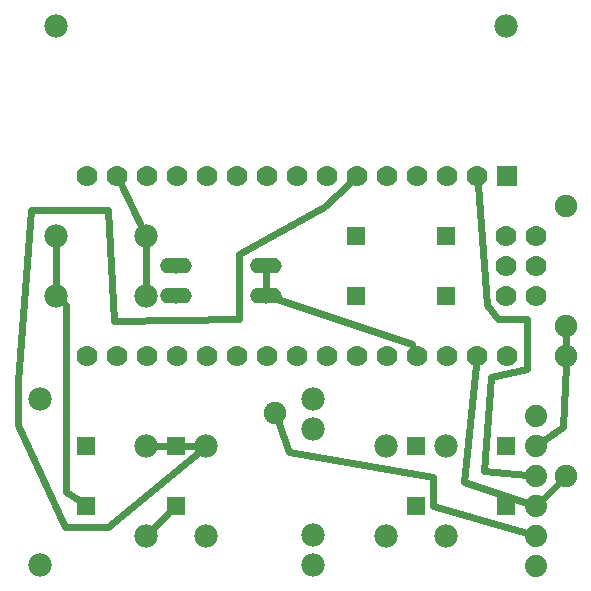
<source format=gbl>
G04 MADE WITH FRITZING*
G04 WWW.FRITZING.ORG*
G04 DOUBLE SIDED*
G04 HOLES PLATED*
G04 CONTOUR ON CENTER OF CONTOUR VECTOR*
%ASAXBY*%
%FSLAX23Y23*%
%MOIN*%
%OFA0B0*%
%SFA1.0B1.0*%
%ADD10C,0.078000*%
%ADD11C,0.075000*%
%ADD12C,0.052000*%
%ADD13C,0.074000*%
%ADD14C,0.070000*%
%ADD15C,0.059370*%
%ADD16C,0.075433*%
%ADD17R,0.070000X0.069958*%
%ADD18C,0.024000*%
%ADD19R,0.001000X0.001000*%
%LNCOPPER0*%
G90*
G70*
G54D10*
X1671Y1910D03*
G54D11*
X1871Y410D03*
X1871Y810D03*
X1871Y1310D03*
X1871Y910D03*
G54D12*
X871Y1010D03*
X871Y1110D03*
X571Y1110D03*
X571Y1010D03*
G54D10*
X118Y666D03*
X118Y114D03*
X1027Y666D03*
X1027Y566D03*
X1027Y214D03*
X1027Y114D03*
G54D13*
X1771Y110D03*
X1771Y210D03*
X1771Y310D03*
X1771Y410D03*
X1771Y510D03*
X1771Y610D03*
G54D14*
X1675Y1410D03*
X1575Y1410D03*
X1475Y1410D03*
X1375Y1410D03*
X1275Y1410D03*
X1175Y1410D03*
X1075Y1410D03*
X975Y1410D03*
X875Y1410D03*
X775Y1410D03*
X675Y1410D03*
X575Y1410D03*
X475Y1410D03*
X375Y1410D03*
X275Y1410D03*
X1675Y810D03*
X1575Y810D03*
X1475Y810D03*
X1375Y810D03*
X1275Y810D03*
X1175Y810D03*
X1075Y810D03*
X975Y810D03*
X875Y810D03*
X775Y810D03*
X675Y810D03*
X575Y810D03*
X475Y810D03*
X375Y810D03*
X275Y810D03*
X1771Y1210D03*
X1671Y1210D03*
X1771Y1110D03*
X1671Y1110D03*
X1771Y1010D03*
X1671Y1010D03*
G54D10*
X671Y210D03*
X671Y510D03*
X1271Y210D03*
X1271Y510D03*
X1471Y210D03*
X1471Y510D03*
X471Y210D03*
X471Y510D03*
X171Y1210D03*
X471Y1210D03*
X471Y1010D03*
X171Y1010D03*
X171Y1910D03*
G54D15*
X271Y510D03*
X571Y510D03*
X271Y310D03*
X571Y310D03*
X1471Y1010D03*
X1171Y1010D03*
X1471Y1210D03*
X1171Y1210D03*
X1371Y510D03*
X1671Y510D03*
X1371Y310D03*
X1671Y310D03*
G54D16*
X900Y621D03*
G54D17*
X1675Y1410D03*
G54D18*
X1871Y881D02*
X1871Y839D01*
D02*
X1796Y528D02*
X1860Y573D01*
X1860Y573D02*
X1870Y781D01*
D02*
X171Y1180D02*
X171Y1040D01*
D02*
X246Y328D02*
X204Y357D01*
X204Y357D02*
X204Y981D01*
X204Y981D02*
X194Y990D01*
D02*
X492Y231D02*
X549Y288D01*
D02*
X871Y1037D02*
X871Y1083D01*
D02*
X1362Y836D02*
X1356Y849D01*
X1356Y849D02*
X897Y1002D01*
D02*
X1578Y1381D02*
X1608Y981D01*
X1608Y981D02*
X1644Y933D01*
X1644Y933D02*
X1740Y933D01*
X1740Y933D02*
X1740Y765D01*
X1740Y765D02*
X1620Y741D01*
X1620Y741D02*
X1596Y427D01*
D02*
X1596Y427D02*
X1740Y413D01*
D02*
X471Y1040D02*
X471Y1180D01*
D02*
X388Y1384D02*
X458Y1237D01*
D02*
X602Y510D02*
X641Y510D01*
D02*
X501Y510D02*
X540Y510D01*
D02*
X1154Y1390D02*
X1063Y1305D01*
D02*
X1063Y1305D02*
X780Y1149D01*
X780Y1149D02*
X780Y933D01*
X780Y933D02*
X365Y927D01*
D02*
X365Y927D02*
X343Y1296D01*
D02*
X343Y1296D02*
X88Y1296D01*
D02*
X88Y1296D02*
X43Y727D01*
D02*
X43Y727D02*
X43Y580D01*
D02*
X43Y580D02*
X201Y241D01*
D02*
X201Y241D02*
X343Y238D01*
D02*
X343Y238D02*
X648Y491D01*
D02*
X910Y594D02*
X949Y488D01*
D02*
X949Y488D02*
X1428Y405D01*
X1428Y405D02*
X1428Y309D01*
X1428Y309D02*
X1741Y219D01*
D02*
X1851Y390D02*
X1793Y332D01*
D02*
X1572Y781D02*
X1532Y391D01*
D02*
X1532Y391D02*
X1741Y320D01*
G54D19*
X1141Y1240D02*
X1199Y1240D01*
X1441Y1240D02*
X1499Y1240D01*
X1141Y1239D02*
X1199Y1239D01*
X1441Y1239D02*
X1499Y1239D01*
X1141Y1238D02*
X1199Y1238D01*
X1441Y1238D02*
X1499Y1238D01*
X1141Y1237D02*
X1199Y1237D01*
X1441Y1237D02*
X1499Y1237D01*
X1141Y1236D02*
X1199Y1236D01*
X1441Y1236D02*
X1499Y1236D01*
X1141Y1235D02*
X1199Y1235D01*
X1441Y1235D02*
X1499Y1235D01*
X1141Y1234D02*
X1199Y1234D01*
X1441Y1234D02*
X1499Y1234D01*
X1141Y1233D02*
X1199Y1233D01*
X1441Y1233D02*
X1499Y1233D01*
X1141Y1232D02*
X1199Y1232D01*
X1441Y1232D02*
X1499Y1232D01*
X1141Y1231D02*
X1199Y1231D01*
X1441Y1231D02*
X1499Y1231D01*
X1141Y1230D02*
X1168Y1230D01*
X1172Y1230D02*
X1199Y1230D01*
X1441Y1230D02*
X1468Y1230D01*
X1472Y1230D02*
X1499Y1230D01*
X1141Y1229D02*
X1163Y1229D01*
X1177Y1229D02*
X1199Y1229D01*
X1441Y1229D02*
X1463Y1229D01*
X1477Y1229D02*
X1499Y1229D01*
X1141Y1228D02*
X1161Y1228D01*
X1179Y1228D02*
X1199Y1228D01*
X1441Y1228D02*
X1461Y1228D01*
X1479Y1228D02*
X1499Y1228D01*
X1141Y1227D02*
X1159Y1227D01*
X1181Y1227D02*
X1199Y1227D01*
X1441Y1227D02*
X1459Y1227D01*
X1481Y1227D02*
X1499Y1227D01*
X1141Y1226D02*
X1158Y1226D01*
X1183Y1226D02*
X1199Y1226D01*
X1441Y1226D02*
X1458Y1226D01*
X1482Y1226D02*
X1499Y1226D01*
X1141Y1225D02*
X1156Y1225D01*
X1184Y1225D02*
X1199Y1225D01*
X1441Y1225D02*
X1456Y1225D01*
X1484Y1225D02*
X1499Y1225D01*
X1141Y1224D02*
X1155Y1224D01*
X1185Y1224D02*
X1199Y1224D01*
X1441Y1224D02*
X1455Y1224D01*
X1485Y1224D02*
X1499Y1224D01*
X1141Y1223D02*
X1155Y1223D01*
X1186Y1223D02*
X1199Y1223D01*
X1441Y1223D02*
X1454Y1223D01*
X1486Y1223D02*
X1499Y1223D01*
X1141Y1222D02*
X1154Y1222D01*
X1186Y1222D02*
X1199Y1222D01*
X1441Y1222D02*
X1454Y1222D01*
X1486Y1222D02*
X1499Y1222D01*
X1141Y1221D02*
X1153Y1221D01*
X1187Y1221D02*
X1199Y1221D01*
X1441Y1221D02*
X1453Y1221D01*
X1487Y1221D02*
X1499Y1221D01*
X1141Y1220D02*
X1153Y1220D01*
X1188Y1220D02*
X1199Y1220D01*
X1441Y1220D02*
X1452Y1220D01*
X1488Y1220D02*
X1499Y1220D01*
X1141Y1219D02*
X1152Y1219D01*
X1188Y1219D02*
X1199Y1219D01*
X1441Y1219D02*
X1452Y1219D01*
X1488Y1219D02*
X1499Y1219D01*
X1141Y1218D02*
X1151Y1218D01*
X1189Y1218D02*
X1199Y1218D01*
X1441Y1218D02*
X1451Y1218D01*
X1489Y1218D02*
X1499Y1218D01*
X1141Y1217D02*
X1151Y1217D01*
X1189Y1217D02*
X1199Y1217D01*
X1441Y1217D02*
X1451Y1217D01*
X1489Y1217D02*
X1499Y1217D01*
X1141Y1216D02*
X1151Y1216D01*
X1189Y1216D02*
X1199Y1216D01*
X1441Y1216D02*
X1451Y1216D01*
X1489Y1216D02*
X1499Y1216D01*
X1141Y1215D02*
X1151Y1215D01*
X1190Y1215D02*
X1199Y1215D01*
X1441Y1215D02*
X1450Y1215D01*
X1490Y1215D02*
X1499Y1215D01*
X1141Y1214D02*
X1150Y1214D01*
X1190Y1214D02*
X1199Y1214D01*
X1441Y1214D02*
X1450Y1214D01*
X1490Y1214D02*
X1499Y1214D01*
X1141Y1213D02*
X1150Y1213D01*
X1190Y1213D02*
X1199Y1213D01*
X1441Y1213D02*
X1450Y1213D01*
X1490Y1213D02*
X1499Y1213D01*
X1141Y1212D02*
X1150Y1212D01*
X1190Y1212D02*
X1199Y1212D01*
X1441Y1212D02*
X1450Y1212D01*
X1490Y1212D02*
X1499Y1212D01*
X1141Y1211D02*
X1150Y1211D01*
X1190Y1211D02*
X1199Y1211D01*
X1441Y1211D02*
X1450Y1211D01*
X1490Y1211D02*
X1499Y1211D01*
X1141Y1210D02*
X1150Y1210D01*
X1190Y1210D02*
X1199Y1210D01*
X1441Y1210D02*
X1450Y1210D01*
X1490Y1210D02*
X1499Y1210D01*
X1141Y1209D02*
X1150Y1209D01*
X1190Y1209D02*
X1199Y1209D01*
X1441Y1209D02*
X1450Y1209D01*
X1490Y1209D02*
X1499Y1209D01*
X1141Y1208D02*
X1150Y1208D01*
X1190Y1208D02*
X1199Y1208D01*
X1441Y1208D02*
X1450Y1208D01*
X1490Y1208D02*
X1499Y1208D01*
X1141Y1207D02*
X1150Y1207D01*
X1190Y1207D02*
X1199Y1207D01*
X1441Y1207D02*
X1450Y1207D01*
X1490Y1207D02*
X1499Y1207D01*
X1141Y1206D02*
X1150Y1206D01*
X1190Y1206D02*
X1199Y1206D01*
X1441Y1206D02*
X1450Y1206D01*
X1490Y1206D02*
X1499Y1206D01*
X1141Y1205D02*
X1151Y1205D01*
X1189Y1205D02*
X1199Y1205D01*
X1441Y1205D02*
X1451Y1205D01*
X1489Y1205D02*
X1499Y1205D01*
X1141Y1204D02*
X1151Y1204D01*
X1189Y1204D02*
X1199Y1204D01*
X1441Y1204D02*
X1451Y1204D01*
X1489Y1204D02*
X1499Y1204D01*
X1141Y1203D02*
X1151Y1203D01*
X1189Y1203D02*
X1199Y1203D01*
X1441Y1203D02*
X1451Y1203D01*
X1489Y1203D02*
X1499Y1203D01*
X1141Y1202D02*
X1152Y1202D01*
X1188Y1202D02*
X1199Y1202D01*
X1441Y1202D02*
X1452Y1202D01*
X1488Y1202D02*
X1499Y1202D01*
X1141Y1201D02*
X1152Y1201D01*
X1188Y1201D02*
X1199Y1201D01*
X1441Y1201D02*
X1452Y1201D01*
X1488Y1201D02*
X1499Y1201D01*
X1141Y1200D02*
X1153Y1200D01*
X1187Y1200D02*
X1199Y1200D01*
X1441Y1200D02*
X1453Y1200D01*
X1487Y1200D02*
X1499Y1200D01*
X1141Y1199D02*
X1154Y1199D01*
X1187Y1199D02*
X1199Y1199D01*
X1441Y1199D02*
X1454Y1199D01*
X1486Y1199D02*
X1499Y1199D01*
X1141Y1198D02*
X1154Y1198D01*
X1186Y1198D02*
X1199Y1198D01*
X1441Y1198D02*
X1454Y1198D01*
X1486Y1198D02*
X1499Y1198D01*
X1141Y1197D02*
X1155Y1197D01*
X1185Y1197D02*
X1199Y1197D01*
X1441Y1197D02*
X1455Y1197D01*
X1485Y1197D02*
X1499Y1197D01*
X1141Y1196D02*
X1156Y1196D01*
X1184Y1196D02*
X1199Y1196D01*
X1441Y1196D02*
X1456Y1196D01*
X1484Y1196D02*
X1499Y1196D01*
X1141Y1195D02*
X1158Y1195D01*
X1183Y1195D02*
X1199Y1195D01*
X1441Y1195D02*
X1457Y1195D01*
X1483Y1195D02*
X1499Y1195D01*
X1141Y1194D02*
X1159Y1194D01*
X1181Y1194D02*
X1199Y1194D01*
X1441Y1194D02*
X1459Y1194D01*
X1481Y1194D02*
X1499Y1194D01*
X1141Y1193D02*
X1161Y1193D01*
X1180Y1193D02*
X1199Y1193D01*
X1441Y1193D02*
X1461Y1193D01*
X1479Y1193D02*
X1499Y1193D01*
X1141Y1192D02*
X1163Y1192D01*
X1177Y1192D02*
X1199Y1192D01*
X1441Y1192D02*
X1463Y1192D01*
X1477Y1192D02*
X1499Y1192D01*
X1141Y1191D02*
X1167Y1191D01*
X1173Y1191D02*
X1199Y1191D01*
X1441Y1191D02*
X1467Y1191D01*
X1473Y1191D02*
X1499Y1191D01*
X1141Y1190D02*
X1199Y1190D01*
X1441Y1190D02*
X1499Y1190D01*
X1141Y1189D02*
X1199Y1189D01*
X1441Y1189D02*
X1499Y1189D01*
X1141Y1188D02*
X1199Y1188D01*
X1441Y1188D02*
X1499Y1188D01*
X1141Y1187D02*
X1199Y1187D01*
X1441Y1187D02*
X1499Y1187D01*
X1141Y1186D02*
X1199Y1186D01*
X1441Y1186D02*
X1499Y1186D01*
X1141Y1185D02*
X1199Y1185D01*
X1441Y1185D02*
X1499Y1185D01*
X1141Y1184D02*
X1199Y1184D01*
X1441Y1184D02*
X1499Y1184D01*
X1141Y1183D02*
X1199Y1183D01*
X1441Y1183D02*
X1499Y1183D01*
X1141Y1182D02*
X1199Y1182D01*
X1441Y1182D02*
X1499Y1182D01*
X1141Y1181D02*
X1199Y1181D01*
X1441Y1181D02*
X1499Y1181D01*
X540Y1136D02*
X601Y1136D01*
X840Y1136D02*
X900Y1136D01*
X536Y1135D02*
X604Y1135D01*
X836Y1135D02*
X904Y1135D01*
X534Y1134D02*
X607Y1134D01*
X834Y1134D02*
X907Y1134D01*
X532Y1133D02*
X608Y1133D01*
X832Y1133D02*
X908Y1133D01*
X530Y1132D02*
X610Y1132D01*
X830Y1132D02*
X910Y1132D01*
X529Y1131D02*
X612Y1131D01*
X829Y1131D02*
X911Y1131D01*
X528Y1130D02*
X613Y1130D01*
X828Y1130D02*
X913Y1130D01*
X527Y1129D02*
X614Y1129D01*
X827Y1129D02*
X914Y1129D01*
X526Y1128D02*
X615Y1128D01*
X826Y1128D02*
X915Y1128D01*
X525Y1127D02*
X616Y1127D01*
X825Y1127D02*
X916Y1127D01*
X524Y1126D02*
X566Y1126D01*
X574Y1126D02*
X616Y1126D01*
X824Y1126D02*
X866Y1126D01*
X874Y1126D02*
X916Y1126D01*
X523Y1125D02*
X563Y1125D01*
X577Y1125D02*
X617Y1125D01*
X823Y1125D02*
X863Y1125D01*
X877Y1125D02*
X917Y1125D01*
X523Y1124D02*
X561Y1124D01*
X579Y1124D02*
X618Y1124D01*
X823Y1124D02*
X861Y1124D01*
X879Y1124D02*
X918Y1124D01*
X522Y1123D02*
X560Y1123D01*
X581Y1123D02*
X618Y1123D01*
X822Y1123D02*
X860Y1123D01*
X881Y1123D02*
X918Y1123D01*
X522Y1122D02*
X559Y1122D01*
X582Y1122D02*
X619Y1122D01*
X822Y1122D02*
X859Y1122D01*
X882Y1122D02*
X919Y1122D01*
X521Y1121D02*
X558Y1121D01*
X583Y1121D02*
X619Y1121D01*
X821Y1121D02*
X858Y1121D01*
X883Y1121D02*
X919Y1121D01*
X521Y1120D02*
X557Y1120D01*
X584Y1120D02*
X620Y1120D01*
X821Y1120D02*
X857Y1120D01*
X883Y1120D02*
X920Y1120D01*
X520Y1119D02*
X556Y1119D01*
X584Y1119D02*
X620Y1119D01*
X820Y1119D02*
X856Y1119D01*
X884Y1119D02*
X920Y1119D01*
X520Y1118D02*
X556Y1118D01*
X585Y1118D02*
X621Y1118D01*
X820Y1118D02*
X856Y1118D01*
X885Y1118D02*
X921Y1118D01*
X520Y1117D02*
X555Y1117D01*
X585Y1117D02*
X621Y1117D01*
X820Y1117D02*
X855Y1117D01*
X885Y1117D02*
X921Y1117D01*
X519Y1116D02*
X555Y1116D01*
X586Y1116D02*
X621Y1116D01*
X819Y1116D02*
X855Y1116D01*
X886Y1116D02*
X921Y1116D01*
X519Y1115D02*
X555Y1115D01*
X586Y1115D02*
X621Y1115D01*
X819Y1115D02*
X854Y1115D01*
X886Y1115D02*
X921Y1115D01*
X519Y1114D02*
X554Y1114D01*
X586Y1114D02*
X621Y1114D01*
X819Y1114D02*
X854Y1114D01*
X886Y1114D02*
X921Y1114D01*
X519Y1113D02*
X554Y1113D01*
X587Y1113D02*
X622Y1113D01*
X819Y1113D02*
X854Y1113D01*
X886Y1113D02*
X922Y1113D01*
X519Y1112D02*
X554Y1112D01*
X587Y1112D02*
X622Y1112D01*
X819Y1112D02*
X854Y1112D01*
X887Y1112D02*
X922Y1112D01*
X519Y1111D02*
X554Y1111D01*
X587Y1111D02*
X622Y1111D01*
X819Y1111D02*
X854Y1111D01*
X887Y1111D02*
X922Y1111D01*
X519Y1110D02*
X554Y1110D01*
X587Y1110D02*
X622Y1110D01*
X819Y1110D02*
X854Y1110D01*
X887Y1110D02*
X922Y1110D01*
X519Y1109D02*
X554Y1109D01*
X587Y1109D02*
X622Y1109D01*
X819Y1109D02*
X854Y1109D01*
X887Y1109D02*
X922Y1109D01*
X519Y1108D02*
X554Y1108D01*
X587Y1108D02*
X622Y1108D01*
X819Y1108D02*
X854Y1108D01*
X886Y1108D02*
X922Y1108D01*
X519Y1107D02*
X554Y1107D01*
X586Y1107D02*
X622Y1107D01*
X819Y1107D02*
X854Y1107D01*
X886Y1107D02*
X921Y1107D01*
X519Y1106D02*
X554Y1106D01*
X586Y1106D02*
X621Y1106D01*
X819Y1106D02*
X854Y1106D01*
X886Y1106D02*
X921Y1106D01*
X519Y1105D02*
X555Y1105D01*
X586Y1105D02*
X621Y1105D01*
X819Y1105D02*
X855Y1105D01*
X886Y1105D02*
X921Y1105D01*
X520Y1104D02*
X555Y1104D01*
X585Y1104D02*
X621Y1104D01*
X820Y1104D02*
X855Y1104D01*
X885Y1104D02*
X921Y1104D01*
X520Y1103D02*
X556Y1103D01*
X585Y1103D02*
X621Y1103D01*
X820Y1103D02*
X856Y1103D01*
X885Y1103D02*
X921Y1103D01*
X520Y1102D02*
X556Y1102D01*
X584Y1102D02*
X620Y1102D01*
X820Y1102D02*
X856Y1102D01*
X884Y1102D02*
X920Y1102D01*
X521Y1101D02*
X557Y1101D01*
X584Y1101D02*
X620Y1101D01*
X820Y1101D02*
X857Y1101D01*
X884Y1101D02*
X920Y1101D01*
X521Y1100D02*
X558Y1100D01*
X583Y1100D02*
X620Y1100D01*
X821Y1100D02*
X858Y1100D01*
X883Y1100D02*
X919Y1100D01*
X522Y1099D02*
X559Y1099D01*
X582Y1099D02*
X619Y1099D01*
X821Y1099D02*
X859Y1099D01*
X882Y1099D02*
X919Y1099D01*
X522Y1098D02*
X560Y1098D01*
X581Y1098D02*
X618Y1098D01*
X822Y1098D02*
X860Y1098D01*
X881Y1098D02*
X918Y1098D01*
X523Y1097D02*
X561Y1097D01*
X579Y1097D02*
X618Y1097D01*
X823Y1097D02*
X861Y1097D01*
X879Y1097D02*
X918Y1097D01*
X523Y1096D02*
X563Y1096D01*
X578Y1096D02*
X617Y1096D01*
X823Y1096D02*
X863Y1096D01*
X877Y1096D02*
X917Y1096D01*
X524Y1095D02*
X566Y1095D01*
X575Y1095D02*
X617Y1095D01*
X824Y1095D02*
X866Y1095D01*
X875Y1095D02*
X916Y1095D01*
X525Y1094D02*
X616Y1094D01*
X825Y1094D02*
X916Y1094D01*
X526Y1093D02*
X615Y1093D01*
X826Y1093D02*
X915Y1093D01*
X526Y1092D02*
X614Y1092D01*
X826Y1092D02*
X914Y1092D01*
X528Y1091D02*
X613Y1091D01*
X828Y1091D02*
X913Y1091D01*
X529Y1090D02*
X612Y1090D01*
X829Y1090D02*
X912Y1090D01*
X530Y1089D02*
X610Y1089D01*
X830Y1089D02*
X910Y1089D01*
X532Y1088D02*
X609Y1088D01*
X832Y1088D02*
X909Y1088D01*
X534Y1087D02*
X607Y1087D01*
X834Y1087D02*
X907Y1087D01*
X536Y1086D02*
X605Y1086D01*
X836Y1086D02*
X904Y1086D01*
X540Y1085D02*
X601Y1085D01*
X839Y1085D02*
X901Y1085D01*
X1141Y1040D02*
X1199Y1040D01*
X1441Y1040D02*
X1499Y1040D01*
X1141Y1039D02*
X1199Y1039D01*
X1441Y1039D02*
X1499Y1039D01*
X1141Y1038D02*
X1199Y1038D01*
X1441Y1038D02*
X1499Y1038D01*
X1141Y1037D02*
X1199Y1037D01*
X1441Y1037D02*
X1499Y1037D01*
X540Y1036D02*
X601Y1036D01*
X840Y1036D02*
X900Y1036D01*
X1141Y1036D02*
X1199Y1036D01*
X1441Y1036D02*
X1499Y1036D01*
X536Y1035D02*
X604Y1035D01*
X836Y1035D02*
X904Y1035D01*
X1141Y1035D02*
X1199Y1035D01*
X1441Y1035D02*
X1499Y1035D01*
X534Y1034D02*
X607Y1034D01*
X834Y1034D02*
X907Y1034D01*
X1141Y1034D02*
X1199Y1034D01*
X1441Y1034D02*
X1499Y1034D01*
X532Y1033D02*
X608Y1033D01*
X832Y1033D02*
X908Y1033D01*
X1141Y1033D02*
X1199Y1033D01*
X1441Y1033D02*
X1499Y1033D01*
X530Y1032D02*
X610Y1032D01*
X830Y1032D02*
X910Y1032D01*
X1141Y1032D02*
X1199Y1032D01*
X1441Y1032D02*
X1499Y1032D01*
X529Y1031D02*
X612Y1031D01*
X829Y1031D02*
X911Y1031D01*
X1141Y1031D02*
X1199Y1031D01*
X1441Y1031D02*
X1499Y1031D01*
X528Y1030D02*
X613Y1030D01*
X828Y1030D02*
X913Y1030D01*
X1141Y1030D02*
X1168Y1030D01*
X1172Y1030D02*
X1199Y1030D01*
X1441Y1030D02*
X1468Y1030D01*
X1472Y1030D02*
X1499Y1030D01*
X527Y1029D02*
X614Y1029D01*
X827Y1029D02*
X914Y1029D01*
X1141Y1029D02*
X1163Y1029D01*
X1177Y1029D02*
X1199Y1029D01*
X1441Y1029D02*
X1463Y1029D01*
X1477Y1029D02*
X1499Y1029D01*
X526Y1028D02*
X615Y1028D01*
X826Y1028D02*
X915Y1028D01*
X1141Y1028D02*
X1161Y1028D01*
X1179Y1028D02*
X1199Y1028D01*
X1441Y1028D02*
X1461Y1028D01*
X1479Y1028D02*
X1499Y1028D01*
X525Y1027D02*
X616Y1027D01*
X825Y1027D02*
X916Y1027D01*
X1141Y1027D02*
X1159Y1027D01*
X1181Y1027D02*
X1199Y1027D01*
X1441Y1027D02*
X1459Y1027D01*
X1481Y1027D02*
X1499Y1027D01*
X524Y1026D02*
X566Y1026D01*
X574Y1026D02*
X616Y1026D01*
X824Y1026D02*
X866Y1026D01*
X874Y1026D02*
X916Y1026D01*
X1141Y1026D02*
X1158Y1026D01*
X1183Y1026D02*
X1199Y1026D01*
X1441Y1026D02*
X1458Y1026D01*
X1482Y1026D02*
X1499Y1026D01*
X523Y1025D02*
X563Y1025D01*
X577Y1025D02*
X617Y1025D01*
X823Y1025D02*
X863Y1025D01*
X877Y1025D02*
X917Y1025D01*
X1141Y1025D02*
X1156Y1025D01*
X1184Y1025D02*
X1199Y1025D01*
X1441Y1025D02*
X1456Y1025D01*
X1484Y1025D02*
X1499Y1025D01*
X523Y1024D02*
X561Y1024D01*
X579Y1024D02*
X618Y1024D01*
X823Y1024D02*
X861Y1024D01*
X879Y1024D02*
X918Y1024D01*
X1141Y1024D02*
X1155Y1024D01*
X1185Y1024D02*
X1199Y1024D01*
X1441Y1024D02*
X1455Y1024D01*
X1485Y1024D02*
X1499Y1024D01*
X522Y1023D02*
X560Y1023D01*
X581Y1023D02*
X618Y1023D01*
X822Y1023D02*
X860Y1023D01*
X881Y1023D02*
X918Y1023D01*
X1141Y1023D02*
X1155Y1023D01*
X1186Y1023D02*
X1199Y1023D01*
X1441Y1023D02*
X1454Y1023D01*
X1486Y1023D02*
X1499Y1023D01*
X522Y1022D02*
X559Y1022D01*
X582Y1022D02*
X619Y1022D01*
X822Y1022D02*
X859Y1022D01*
X882Y1022D02*
X919Y1022D01*
X1141Y1022D02*
X1154Y1022D01*
X1186Y1022D02*
X1199Y1022D01*
X1441Y1022D02*
X1454Y1022D01*
X1486Y1022D02*
X1499Y1022D01*
X521Y1021D02*
X558Y1021D01*
X583Y1021D02*
X619Y1021D01*
X821Y1021D02*
X858Y1021D01*
X883Y1021D02*
X919Y1021D01*
X1141Y1021D02*
X1153Y1021D01*
X1187Y1021D02*
X1199Y1021D01*
X1441Y1021D02*
X1453Y1021D01*
X1487Y1021D02*
X1499Y1021D01*
X521Y1020D02*
X557Y1020D01*
X584Y1020D02*
X620Y1020D01*
X821Y1020D02*
X857Y1020D01*
X883Y1020D02*
X920Y1020D01*
X1141Y1020D02*
X1153Y1020D01*
X1188Y1020D02*
X1199Y1020D01*
X1441Y1020D02*
X1452Y1020D01*
X1488Y1020D02*
X1499Y1020D01*
X520Y1019D02*
X556Y1019D01*
X584Y1019D02*
X620Y1019D01*
X820Y1019D02*
X856Y1019D01*
X884Y1019D02*
X920Y1019D01*
X1141Y1019D02*
X1152Y1019D01*
X1188Y1019D02*
X1199Y1019D01*
X1441Y1019D02*
X1452Y1019D01*
X1488Y1019D02*
X1499Y1019D01*
X520Y1018D02*
X556Y1018D01*
X585Y1018D02*
X621Y1018D01*
X820Y1018D02*
X856Y1018D01*
X885Y1018D02*
X921Y1018D01*
X1141Y1018D02*
X1151Y1018D01*
X1189Y1018D02*
X1199Y1018D01*
X1441Y1018D02*
X1451Y1018D01*
X1489Y1018D02*
X1499Y1018D01*
X520Y1017D02*
X555Y1017D01*
X585Y1017D02*
X621Y1017D01*
X820Y1017D02*
X855Y1017D01*
X885Y1017D02*
X921Y1017D01*
X1141Y1017D02*
X1151Y1017D01*
X1189Y1017D02*
X1199Y1017D01*
X1441Y1017D02*
X1451Y1017D01*
X1489Y1017D02*
X1499Y1017D01*
X519Y1016D02*
X555Y1016D01*
X586Y1016D02*
X621Y1016D01*
X819Y1016D02*
X855Y1016D01*
X886Y1016D02*
X921Y1016D01*
X1141Y1016D02*
X1151Y1016D01*
X1189Y1016D02*
X1199Y1016D01*
X1441Y1016D02*
X1451Y1016D01*
X1489Y1016D02*
X1499Y1016D01*
X519Y1015D02*
X555Y1015D01*
X586Y1015D02*
X621Y1015D01*
X819Y1015D02*
X854Y1015D01*
X886Y1015D02*
X921Y1015D01*
X1141Y1015D02*
X1151Y1015D01*
X1190Y1015D02*
X1199Y1015D01*
X1441Y1015D02*
X1450Y1015D01*
X1490Y1015D02*
X1499Y1015D01*
X519Y1014D02*
X554Y1014D01*
X586Y1014D02*
X621Y1014D01*
X819Y1014D02*
X854Y1014D01*
X886Y1014D02*
X921Y1014D01*
X1141Y1014D02*
X1150Y1014D01*
X1190Y1014D02*
X1199Y1014D01*
X1441Y1014D02*
X1450Y1014D01*
X1490Y1014D02*
X1499Y1014D01*
X519Y1013D02*
X554Y1013D01*
X587Y1013D02*
X622Y1013D01*
X819Y1013D02*
X854Y1013D01*
X886Y1013D02*
X922Y1013D01*
X1141Y1013D02*
X1150Y1013D01*
X1190Y1013D02*
X1199Y1013D01*
X1441Y1013D02*
X1450Y1013D01*
X1490Y1013D02*
X1499Y1013D01*
X519Y1012D02*
X554Y1012D01*
X587Y1012D02*
X622Y1012D01*
X819Y1012D02*
X854Y1012D01*
X887Y1012D02*
X922Y1012D01*
X1141Y1012D02*
X1150Y1012D01*
X1190Y1012D02*
X1199Y1012D01*
X1441Y1012D02*
X1450Y1012D01*
X1490Y1012D02*
X1499Y1012D01*
X519Y1011D02*
X554Y1011D01*
X587Y1011D02*
X622Y1011D01*
X819Y1011D02*
X854Y1011D01*
X887Y1011D02*
X922Y1011D01*
X1141Y1011D02*
X1150Y1011D01*
X1190Y1011D02*
X1199Y1011D01*
X1441Y1011D02*
X1450Y1011D01*
X1490Y1011D02*
X1499Y1011D01*
X519Y1010D02*
X554Y1010D01*
X587Y1010D02*
X622Y1010D01*
X819Y1010D02*
X854Y1010D01*
X887Y1010D02*
X922Y1010D01*
X1141Y1010D02*
X1150Y1010D01*
X1190Y1010D02*
X1199Y1010D01*
X1441Y1010D02*
X1450Y1010D01*
X1490Y1010D02*
X1499Y1010D01*
X519Y1009D02*
X554Y1009D01*
X587Y1009D02*
X622Y1009D01*
X819Y1009D02*
X854Y1009D01*
X887Y1009D02*
X922Y1009D01*
X1141Y1009D02*
X1150Y1009D01*
X1190Y1009D02*
X1199Y1009D01*
X1441Y1009D02*
X1450Y1009D01*
X1490Y1009D02*
X1499Y1009D01*
X519Y1008D02*
X554Y1008D01*
X587Y1008D02*
X622Y1008D01*
X819Y1008D02*
X854Y1008D01*
X886Y1008D02*
X922Y1008D01*
X1141Y1008D02*
X1150Y1008D01*
X1190Y1008D02*
X1199Y1008D01*
X1441Y1008D02*
X1450Y1008D01*
X1490Y1008D02*
X1499Y1008D01*
X519Y1007D02*
X554Y1007D01*
X586Y1007D02*
X622Y1007D01*
X819Y1007D02*
X854Y1007D01*
X886Y1007D02*
X921Y1007D01*
X1141Y1007D02*
X1150Y1007D01*
X1190Y1007D02*
X1199Y1007D01*
X1441Y1007D02*
X1450Y1007D01*
X1490Y1007D02*
X1499Y1007D01*
X519Y1006D02*
X554Y1006D01*
X586Y1006D02*
X621Y1006D01*
X819Y1006D02*
X854Y1006D01*
X886Y1006D02*
X921Y1006D01*
X1141Y1006D02*
X1150Y1006D01*
X1190Y1006D02*
X1199Y1006D01*
X1441Y1006D02*
X1450Y1006D01*
X1490Y1006D02*
X1499Y1006D01*
X519Y1005D02*
X555Y1005D01*
X586Y1005D02*
X621Y1005D01*
X819Y1005D02*
X855Y1005D01*
X886Y1005D02*
X921Y1005D01*
X1141Y1005D02*
X1151Y1005D01*
X1189Y1005D02*
X1199Y1005D01*
X1441Y1005D02*
X1451Y1005D01*
X1489Y1005D02*
X1499Y1005D01*
X520Y1004D02*
X555Y1004D01*
X585Y1004D02*
X621Y1004D01*
X820Y1004D02*
X855Y1004D01*
X885Y1004D02*
X921Y1004D01*
X1141Y1004D02*
X1151Y1004D01*
X1189Y1004D02*
X1199Y1004D01*
X1441Y1004D02*
X1451Y1004D01*
X1489Y1004D02*
X1499Y1004D01*
X520Y1003D02*
X556Y1003D01*
X585Y1003D02*
X621Y1003D01*
X820Y1003D02*
X856Y1003D01*
X885Y1003D02*
X921Y1003D01*
X1141Y1003D02*
X1151Y1003D01*
X1189Y1003D02*
X1199Y1003D01*
X1441Y1003D02*
X1451Y1003D01*
X1489Y1003D02*
X1499Y1003D01*
X520Y1002D02*
X556Y1002D01*
X584Y1002D02*
X620Y1002D01*
X820Y1002D02*
X856Y1002D01*
X884Y1002D02*
X920Y1002D01*
X1141Y1002D02*
X1152Y1002D01*
X1188Y1002D02*
X1199Y1002D01*
X1441Y1002D02*
X1452Y1002D01*
X1488Y1002D02*
X1499Y1002D01*
X521Y1001D02*
X557Y1001D01*
X584Y1001D02*
X620Y1001D01*
X821Y1001D02*
X857Y1001D01*
X884Y1001D02*
X920Y1001D01*
X1141Y1001D02*
X1152Y1001D01*
X1188Y1001D02*
X1199Y1001D01*
X1441Y1001D02*
X1452Y1001D01*
X1488Y1001D02*
X1499Y1001D01*
X521Y1000D02*
X558Y1000D01*
X583Y1000D02*
X620Y1000D01*
X821Y1000D02*
X858Y1000D01*
X883Y1000D02*
X919Y1000D01*
X1141Y1000D02*
X1153Y1000D01*
X1187Y1000D02*
X1199Y1000D01*
X1441Y1000D02*
X1453Y1000D01*
X1487Y1000D02*
X1499Y1000D01*
X522Y999D02*
X559Y999D01*
X582Y999D02*
X619Y999D01*
X821Y999D02*
X859Y999D01*
X882Y999D02*
X919Y999D01*
X1141Y999D02*
X1154Y999D01*
X1187Y999D02*
X1199Y999D01*
X1441Y999D02*
X1454Y999D01*
X1486Y999D02*
X1499Y999D01*
X522Y998D02*
X560Y998D01*
X581Y998D02*
X618Y998D01*
X822Y998D02*
X860Y998D01*
X881Y998D02*
X918Y998D01*
X1141Y998D02*
X1154Y998D01*
X1186Y998D02*
X1199Y998D01*
X1441Y998D02*
X1454Y998D01*
X1486Y998D02*
X1499Y998D01*
X523Y997D02*
X561Y997D01*
X579Y997D02*
X618Y997D01*
X823Y997D02*
X861Y997D01*
X879Y997D02*
X918Y997D01*
X1141Y997D02*
X1155Y997D01*
X1185Y997D02*
X1199Y997D01*
X1441Y997D02*
X1455Y997D01*
X1485Y997D02*
X1499Y997D01*
X523Y996D02*
X563Y996D01*
X578Y996D02*
X617Y996D01*
X823Y996D02*
X863Y996D01*
X877Y996D02*
X917Y996D01*
X1141Y996D02*
X1156Y996D01*
X1184Y996D02*
X1199Y996D01*
X1441Y996D02*
X1456Y996D01*
X1484Y996D02*
X1499Y996D01*
X524Y995D02*
X566Y995D01*
X575Y995D02*
X617Y995D01*
X824Y995D02*
X866Y995D01*
X875Y995D02*
X916Y995D01*
X1141Y995D02*
X1158Y995D01*
X1183Y995D02*
X1199Y995D01*
X1441Y995D02*
X1457Y995D01*
X1483Y995D02*
X1499Y995D01*
X525Y994D02*
X616Y994D01*
X825Y994D02*
X916Y994D01*
X1141Y994D02*
X1159Y994D01*
X1181Y994D02*
X1199Y994D01*
X1441Y994D02*
X1459Y994D01*
X1481Y994D02*
X1499Y994D01*
X526Y993D02*
X615Y993D01*
X826Y993D02*
X915Y993D01*
X1141Y993D02*
X1161Y993D01*
X1179Y993D02*
X1199Y993D01*
X1441Y993D02*
X1461Y993D01*
X1479Y993D02*
X1499Y993D01*
X527Y992D02*
X614Y992D01*
X826Y992D02*
X914Y992D01*
X1141Y992D02*
X1163Y992D01*
X1177Y992D02*
X1199Y992D01*
X1441Y992D02*
X1463Y992D01*
X1477Y992D02*
X1499Y992D01*
X528Y991D02*
X613Y991D01*
X828Y991D02*
X913Y991D01*
X1141Y991D02*
X1167Y991D01*
X1173Y991D02*
X1199Y991D01*
X1441Y991D02*
X1467Y991D01*
X1473Y991D02*
X1499Y991D01*
X529Y990D02*
X612Y990D01*
X829Y990D02*
X912Y990D01*
X1141Y990D02*
X1199Y990D01*
X1441Y990D02*
X1499Y990D01*
X530Y989D02*
X610Y989D01*
X830Y989D02*
X910Y989D01*
X1141Y989D02*
X1199Y989D01*
X1441Y989D02*
X1499Y989D01*
X532Y988D02*
X609Y988D01*
X832Y988D02*
X909Y988D01*
X1141Y988D02*
X1199Y988D01*
X1441Y988D02*
X1499Y988D01*
X534Y987D02*
X607Y987D01*
X834Y987D02*
X907Y987D01*
X1141Y987D02*
X1199Y987D01*
X1441Y987D02*
X1499Y987D01*
X536Y986D02*
X605Y986D01*
X836Y986D02*
X904Y986D01*
X1141Y986D02*
X1199Y986D01*
X1441Y986D02*
X1499Y986D01*
X540Y985D02*
X601Y985D01*
X839Y985D02*
X901Y985D01*
X1141Y985D02*
X1199Y985D01*
X1441Y985D02*
X1499Y985D01*
X1141Y984D02*
X1199Y984D01*
X1441Y984D02*
X1499Y984D01*
X1141Y983D02*
X1199Y983D01*
X1441Y983D02*
X1499Y983D01*
X1141Y982D02*
X1199Y982D01*
X1441Y982D02*
X1499Y982D01*
X1141Y981D02*
X1199Y981D01*
X1441Y981D02*
X1499Y981D01*
X241Y540D02*
X299Y540D01*
X541Y540D02*
X599Y540D01*
X1341Y540D02*
X1399Y540D01*
X1641Y540D02*
X1699Y540D01*
X241Y539D02*
X300Y539D01*
X541Y539D02*
X599Y539D01*
X1341Y539D02*
X1399Y539D01*
X1641Y539D02*
X1699Y539D01*
X241Y538D02*
X300Y538D01*
X541Y538D02*
X599Y538D01*
X1341Y538D02*
X1399Y538D01*
X1641Y538D02*
X1699Y538D01*
X241Y537D02*
X300Y537D01*
X541Y537D02*
X599Y537D01*
X1341Y537D02*
X1399Y537D01*
X1641Y537D02*
X1699Y537D01*
X241Y536D02*
X300Y536D01*
X541Y536D02*
X599Y536D01*
X1341Y536D02*
X1399Y536D01*
X1641Y536D02*
X1699Y536D01*
X241Y535D02*
X300Y535D01*
X541Y535D02*
X599Y535D01*
X1341Y535D02*
X1399Y535D01*
X1641Y535D02*
X1699Y535D01*
X241Y534D02*
X300Y534D01*
X541Y534D02*
X599Y534D01*
X1341Y534D02*
X1399Y534D01*
X1641Y534D02*
X1699Y534D01*
X241Y533D02*
X300Y533D01*
X541Y533D02*
X599Y533D01*
X1341Y533D02*
X1399Y533D01*
X1641Y533D02*
X1699Y533D01*
X241Y532D02*
X300Y532D01*
X541Y532D02*
X599Y532D01*
X1341Y532D02*
X1399Y532D01*
X1641Y532D02*
X1699Y532D01*
X241Y531D02*
X300Y531D01*
X541Y531D02*
X599Y531D01*
X1341Y531D02*
X1399Y531D01*
X1641Y531D02*
X1699Y531D01*
X241Y530D02*
X268Y530D01*
X273Y530D02*
X300Y530D01*
X541Y530D02*
X568Y530D01*
X573Y530D02*
X599Y530D01*
X1341Y530D02*
X1368Y530D01*
X1373Y530D02*
X1399Y530D01*
X1641Y530D02*
X1668Y530D01*
X1672Y530D02*
X1699Y530D01*
X241Y529D02*
X263Y529D01*
X277Y529D02*
X300Y529D01*
X541Y529D02*
X563Y529D01*
X577Y529D02*
X599Y529D01*
X1341Y529D02*
X1363Y529D01*
X1377Y529D02*
X1399Y529D01*
X1641Y529D02*
X1663Y529D01*
X1677Y529D02*
X1699Y529D01*
X241Y528D02*
X261Y528D01*
X280Y528D02*
X300Y528D01*
X541Y528D02*
X561Y528D01*
X580Y528D02*
X599Y528D01*
X1341Y528D02*
X1361Y528D01*
X1379Y528D02*
X1399Y528D01*
X1641Y528D02*
X1661Y528D01*
X1679Y528D02*
X1699Y528D01*
X241Y527D02*
X259Y527D01*
X282Y527D02*
X300Y527D01*
X541Y527D02*
X559Y527D01*
X581Y527D02*
X599Y527D01*
X1341Y527D02*
X1359Y527D01*
X1381Y527D02*
X1399Y527D01*
X1641Y527D02*
X1659Y527D01*
X1681Y527D02*
X1699Y527D01*
X241Y526D02*
X258Y526D01*
X283Y526D02*
X300Y526D01*
X541Y526D02*
X558Y526D01*
X583Y526D02*
X599Y526D01*
X1341Y526D02*
X1358Y526D01*
X1383Y526D02*
X1399Y526D01*
X1641Y526D02*
X1657Y526D01*
X1682Y526D02*
X1699Y526D01*
X241Y525D02*
X257Y525D01*
X284Y525D02*
X300Y525D01*
X541Y525D02*
X557Y525D01*
X584Y525D02*
X599Y525D01*
X1341Y525D02*
X1356Y525D01*
X1384Y525D02*
X1399Y525D01*
X1641Y525D02*
X1656Y525D01*
X1684Y525D02*
X1699Y525D01*
X241Y524D02*
X256Y524D01*
X285Y524D02*
X300Y524D01*
X541Y524D02*
X556Y524D01*
X585Y524D02*
X599Y524D01*
X1341Y524D02*
X1355Y524D01*
X1385Y524D02*
X1399Y524D01*
X1641Y524D02*
X1655Y524D01*
X1685Y524D02*
X1699Y524D01*
X241Y523D02*
X255Y523D01*
X286Y523D02*
X300Y523D01*
X541Y523D02*
X555Y523D01*
X586Y523D02*
X599Y523D01*
X1341Y523D02*
X1354Y523D01*
X1386Y523D02*
X1399Y523D01*
X1641Y523D02*
X1654Y523D01*
X1686Y523D02*
X1699Y523D01*
X241Y522D02*
X254Y522D01*
X287Y522D02*
X300Y522D01*
X541Y522D02*
X554Y522D01*
X587Y522D02*
X599Y522D01*
X1341Y522D02*
X1354Y522D01*
X1386Y522D02*
X1399Y522D01*
X1641Y522D02*
X1654Y522D01*
X1686Y522D02*
X1699Y522D01*
X241Y521D02*
X253Y521D01*
X287Y521D02*
X300Y521D01*
X541Y521D02*
X553Y521D01*
X587Y521D02*
X599Y521D01*
X1341Y521D02*
X1353Y521D01*
X1387Y521D02*
X1399Y521D01*
X1641Y521D02*
X1653Y521D01*
X1687Y521D02*
X1699Y521D01*
X241Y520D02*
X253Y520D01*
X288Y520D02*
X300Y520D01*
X541Y520D02*
X553Y520D01*
X588Y520D02*
X599Y520D01*
X1341Y520D02*
X1352Y520D01*
X1388Y520D02*
X1399Y520D01*
X1641Y520D02*
X1652Y520D01*
X1688Y520D02*
X1699Y520D01*
X241Y519D02*
X252Y519D01*
X289Y519D02*
X300Y519D01*
X541Y519D02*
X552Y519D01*
X588Y519D02*
X599Y519D01*
X1341Y519D02*
X1352Y519D01*
X1388Y519D02*
X1399Y519D01*
X1641Y519D02*
X1652Y519D01*
X1688Y519D02*
X1699Y519D01*
X241Y518D02*
X252Y518D01*
X289Y518D02*
X300Y518D01*
X541Y518D02*
X552Y518D01*
X589Y518D02*
X599Y518D01*
X1341Y518D02*
X1351Y518D01*
X1389Y518D02*
X1399Y518D01*
X1641Y518D02*
X1651Y518D01*
X1689Y518D02*
X1699Y518D01*
X241Y517D02*
X251Y517D01*
X289Y517D02*
X300Y517D01*
X541Y517D02*
X551Y517D01*
X589Y517D02*
X599Y517D01*
X1341Y517D02*
X1351Y517D01*
X1389Y517D02*
X1399Y517D01*
X1641Y517D02*
X1651Y517D01*
X1689Y517D02*
X1699Y517D01*
X241Y516D02*
X251Y516D01*
X290Y516D02*
X300Y516D01*
X541Y516D02*
X551Y516D01*
X590Y516D02*
X599Y516D01*
X1341Y516D02*
X1351Y516D01*
X1389Y516D02*
X1399Y516D01*
X1641Y516D02*
X1651Y516D01*
X1689Y516D02*
X1699Y516D01*
X241Y515D02*
X251Y515D01*
X290Y515D02*
X300Y515D01*
X541Y515D02*
X551Y515D01*
X590Y515D02*
X599Y515D01*
X1341Y515D02*
X1350Y515D01*
X1390Y515D02*
X1399Y515D01*
X1641Y515D02*
X1650Y515D01*
X1690Y515D02*
X1699Y515D01*
X241Y514D02*
X251Y514D01*
X290Y514D02*
X300Y514D01*
X541Y514D02*
X550Y514D01*
X590Y514D02*
X599Y514D01*
X1341Y514D02*
X1350Y514D01*
X1390Y514D02*
X1399Y514D01*
X1641Y514D02*
X1650Y514D01*
X1690Y514D02*
X1699Y514D01*
X241Y513D02*
X250Y513D01*
X290Y513D02*
X300Y513D01*
X541Y513D02*
X550Y513D01*
X590Y513D02*
X599Y513D01*
X1341Y513D02*
X1350Y513D01*
X1390Y513D02*
X1399Y513D01*
X1641Y513D02*
X1650Y513D01*
X1690Y513D02*
X1699Y513D01*
X241Y512D02*
X250Y512D01*
X290Y512D02*
X300Y512D01*
X541Y512D02*
X550Y512D01*
X590Y512D02*
X599Y512D01*
X1341Y512D02*
X1350Y512D01*
X1390Y512D02*
X1399Y512D01*
X1641Y512D02*
X1650Y512D01*
X1690Y512D02*
X1699Y512D01*
X241Y511D02*
X250Y511D01*
X290Y511D02*
X300Y511D01*
X541Y511D02*
X550Y511D01*
X590Y511D02*
X599Y511D01*
X1341Y511D02*
X1350Y511D01*
X1390Y511D02*
X1399Y511D01*
X1641Y511D02*
X1650Y511D01*
X1690Y511D02*
X1699Y511D01*
X241Y510D02*
X250Y510D01*
X290Y510D02*
X300Y510D01*
X541Y510D02*
X550Y510D01*
X590Y510D02*
X599Y510D01*
X1341Y510D02*
X1350Y510D01*
X1390Y510D02*
X1399Y510D01*
X1641Y510D02*
X1650Y510D01*
X1690Y510D02*
X1699Y510D01*
X241Y509D02*
X250Y509D01*
X290Y509D02*
X300Y509D01*
X541Y509D02*
X550Y509D01*
X590Y509D02*
X599Y509D01*
X1341Y509D02*
X1350Y509D01*
X1390Y509D02*
X1399Y509D01*
X1641Y509D02*
X1650Y509D01*
X1690Y509D02*
X1699Y509D01*
X241Y508D02*
X250Y508D01*
X290Y508D02*
X300Y508D01*
X541Y508D02*
X550Y508D01*
X590Y508D02*
X599Y508D01*
X1341Y508D02*
X1350Y508D01*
X1390Y508D02*
X1399Y508D01*
X1641Y508D02*
X1650Y508D01*
X1690Y508D02*
X1699Y508D01*
X241Y507D02*
X251Y507D01*
X290Y507D02*
X300Y507D01*
X541Y507D02*
X550Y507D01*
X590Y507D02*
X599Y507D01*
X1341Y507D02*
X1350Y507D01*
X1390Y507D02*
X1399Y507D01*
X1641Y507D02*
X1650Y507D01*
X1690Y507D02*
X1699Y507D01*
X241Y506D02*
X251Y506D01*
X290Y506D02*
X300Y506D01*
X541Y506D02*
X551Y506D01*
X590Y506D02*
X599Y506D01*
X1341Y506D02*
X1350Y506D01*
X1390Y506D02*
X1399Y506D01*
X1641Y506D02*
X1650Y506D01*
X1690Y506D02*
X1699Y506D01*
X241Y505D02*
X251Y505D01*
X290Y505D02*
X300Y505D01*
X541Y505D02*
X551Y505D01*
X590Y505D02*
X599Y505D01*
X1341Y505D02*
X1351Y505D01*
X1389Y505D02*
X1399Y505D01*
X1641Y505D02*
X1651Y505D01*
X1689Y505D02*
X1699Y505D01*
X241Y504D02*
X251Y504D01*
X289Y504D02*
X300Y504D01*
X541Y504D02*
X551Y504D01*
X589Y504D02*
X599Y504D01*
X1341Y504D02*
X1351Y504D01*
X1389Y504D02*
X1399Y504D01*
X1641Y504D02*
X1651Y504D01*
X1689Y504D02*
X1699Y504D01*
X241Y503D02*
X252Y503D01*
X289Y503D02*
X300Y503D01*
X541Y503D02*
X552Y503D01*
X589Y503D02*
X599Y503D01*
X1341Y503D02*
X1351Y503D01*
X1389Y503D02*
X1399Y503D01*
X1641Y503D02*
X1651Y503D01*
X1689Y503D02*
X1699Y503D01*
X241Y502D02*
X252Y502D01*
X289Y502D02*
X300Y502D01*
X541Y502D02*
X552Y502D01*
X588Y502D02*
X599Y502D01*
X1341Y502D02*
X1352Y502D01*
X1388Y502D02*
X1399Y502D01*
X1641Y502D02*
X1652Y502D01*
X1688Y502D02*
X1699Y502D01*
X241Y501D02*
X253Y501D01*
X288Y501D02*
X300Y501D01*
X541Y501D02*
X553Y501D01*
X588Y501D02*
X599Y501D01*
X1341Y501D02*
X1352Y501D01*
X1388Y501D02*
X1399Y501D01*
X1641Y501D02*
X1652Y501D01*
X1688Y501D02*
X1699Y501D01*
X241Y500D02*
X253Y500D01*
X287Y500D02*
X300Y500D01*
X541Y500D02*
X553Y500D01*
X587Y500D02*
X599Y500D01*
X1341Y500D02*
X1353Y500D01*
X1387Y500D02*
X1399Y500D01*
X1641Y500D02*
X1653Y500D01*
X1687Y500D02*
X1699Y500D01*
X241Y499D02*
X254Y499D01*
X287Y499D02*
X300Y499D01*
X541Y499D02*
X554Y499D01*
X587Y499D02*
X599Y499D01*
X1341Y499D02*
X1354Y499D01*
X1386Y499D02*
X1399Y499D01*
X1641Y499D02*
X1654Y499D01*
X1686Y499D02*
X1699Y499D01*
X241Y498D02*
X255Y498D01*
X286Y498D02*
X300Y498D01*
X541Y498D02*
X555Y498D01*
X586Y498D02*
X599Y498D01*
X1341Y498D02*
X1354Y498D01*
X1386Y498D02*
X1399Y498D01*
X1641Y498D02*
X1654Y498D01*
X1686Y498D02*
X1699Y498D01*
X241Y497D02*
X256Y497D01*
X285Y497D02*
X300Y497D01*
X541Y497D02*
X556Y497D01*
X585Y497D02*
X599Y497D01*
X1341Y497D02*
X1355Y497D01*
X1385Y497D02*
X1399Y497D01*
X1641Y497D02*
X1655Y497D01*
X1685Y497D02*
X1699Y497D01*
X241Y496D02*
X257Y496D01*
X284Y496D02*
X300Y496D01*
X541Y496D02*
X557Y496D01*
X584Y496D02*
X599Y496D01*
X1341Y496D02*
X1356Y496D01*
X1384Y496D02*
X1399Y496D01*
X1641Y496D02*
X1656Y496D01*
X1684Y496D02*
X1699Y496D01*
X241Y495D02*
X258Y495D01*
X283Y495D02*
X300Y495D01*
X541Y495D02*
X558Y495D01*
X583Y495D02*
X599Y495D01*
X1341Y495D02*
X1358Y495D01*
X1383Y495D02*
X1399Y495D01*
X1641Y495D02*
X1657Y495D01*
X1682Y495D02*
X1699Y495D01*
X241Y494D02*
X259Y494D01*
X282Y494D02*
X300Y494D01*
X541Y494D02*
X559Y494D01*
X581Y494D02*
X599Y494D01*
X1341Y494D02*
X1359Y494D01*
X1381Y494D02*
X1399Y494D01*
X1641Y494D02*
X1659Y494D01*
X1681Y494D02*
X1699Y494D01*
X241Y493D02*
X261Y493D01*
X280Y493D02*
X300Y493D01*
X541Y493D02*
X561Y493D01*
X580Y493D02*
X599Y493D01*
X1341Y493D02*
X1361Y493D01*
X1379Y493D02*
X1399Y493D01*
X1641Y493D02*
X1661Y493D01*
X1679Y493D02*
X1699Y493D01*
X241Y492D02*
X263Y492D01*
X277Y492D02*
X300Y492D01*
X541Y492D02*
X563Y492D01*
X577Y492D02*
X599Y492D01*
X1341Y492D02*
X1363Y492D01*
X1377Y492D02*
X1399Y492D01*
X1641Y492D02*
X1663Y492D01*
X1677Y492D02*
X1699Y492D01*
X241Y491D02*
X268Y491D01*
X272Y491D02*
X300Y491D01*
X541Y491D02*
X568Y491D01*
X572Y491D02*
X599Y491D01*
X1341Y491D02*
X1368Y491D01*
X1372Y491D02*
X1399Y491D01*
X1641Y491D02*
X1668Y491D01*
X1672Y491D02*
X1699Y491D01*
X241Y490D02*
X300Y490D01*
X541Y490D02*
X599Y490D01*
X1341Y490D02*
X1399Y490D01*
X1641Y490D02*
X1699Y490D01*
X241Y489D02*
X300Y489D01*
X541Y489D02*
X599Y489D01*
X1341Y489D02*
X1399Y489D01*
X1641Y489D02*
X1699Y489D01*
X241Y488D02*
X300Y488D01*
X541Y488D02*
X599Y488D01*
X1341Y488D02*
X1399Y488D01*
X1641Y488D02*
X1699Y488D01*
X241Y487D02*
X300Y487D01*
X541Y487D02*
X599Y487D01*
X1341Y487D02*
X1399Y487D01*
X1641Y487D02*
X1699Y487D01*
X241Y486D02*
X300Y486D01*
X541Y486D02*
X599Y486D01*
X1341Y486D02*
X1399Y486D01*
X1641Y486D02*
X1699Y486D01*
X241Y485D02*
X300Y485D01*
X541Y485D02*
X599Y485D01*
X1341Y485D02*
X1399Y485D01*
X1641Y485D02*
X1699Y485D01*
X241Y484D02*
X300Y484D01*
X541Y484D02*
X599Y484D01*
X1341Y484D02*
X1399Y484D01*
X1641Y484D02*
X1699Y484D01*
X241Y483D02*
X300Y483D01*
X541Y483D02*
X599Y483D01*
X1341Y483D02*
X1399Y483D01*
X1641Y483D02*
X1699Y483D01*
X241Y482D02*
X300Y482D01*
X541Y482D02*
X599Y482D01*
X1341Y482D02*
X1399Y482D01*
X1641Y482D02*
X1699Y482D01*
X241Y481D02*
X299Y481D01*
X541Y481D02*
X599Y481D01*
X1341Y481D02*
X1399Y481D01*
X1641Y481D02*
X1699Y481D01*
X241Y340D02*
X299Y340D01*
X541Y340D02*
X599Y340D01*
X1341Y340D02*
X1399Y340D01*
X1641Y340D02*
X1699Y340D01*
X241Y339D02*
X300Y339D01*
X541Y339D02*
X599Y339D01*
X1341Y339D02*
X1399Y339D01*
X1641Y339D02*
X1699Y339D01*
X241Y338D02*
X300Y338D01*
X541Y338D02*
X599Y338D01*
X1341Y338D02*
X1399Y338D01*
X1641Y338D02*
X1699Y338D01*
X241Y337D02*
X300Y337D01*
X541Y337D02*
X599Y337D01*
X1341Y337D02*
X1399Y337D01*
X1641Y337D02*
X1699Y337D01*
X241Y336D02*
X300Y336D01*
X541Y336D02*
X599Y336D01*
X1341Y336D02*
X1399Y336D01*
X1641Y336D02*
X1699Y336D01*
X241Y335D02*
X300Y335D01*
X541Y335D02*
X599Y335D01*
X1341Y335D02*
X1399Y335D01*
X1641Y335D02*
X1699Y335D01*
X241Y334D02*
X300Y334D01*
X541Y334D02*
X599Y334D01*
X1341Y334D02*
X1399Y334D01*
X1641Y334D02*
X1699Y334D01*
X241Y333D02*
X300Y333D01*
X541Y333D02*
X599Y333D01*
X1341Y333D02*
X1399Y333D01*
X1641Y333D02*
X1699Y333D01*
X241Y332D02*
X300Y332D01*
X541Y332D02*
X599Y332D01*
X1341Y332D02*
X1399Y332D01*
X1641Y332D02*
X1699Y332D01*
X241Y331D02*
X300Y331D01*
X541Y331D02*
X599Y331D01*
X1341Y331D02*
X1399Y331D01*
X1641Y331D02*
X1699Y331D01*
X241Y330D02*
X268Y330D01*
X273Y330D02*
X300Y330D01*
X541Y330D02*
X568Y330D01*
X573Y330D02*
X599Y330D01*
X1341Y330D02*
X1367Y330D01*
X1373Y330D02*
X1399Y330D01*
X1641Y330D02*
X1667Y330D01*
X1673Y330D02*
X1699Y330D01*
X241Y329D02*
X263Y329D01*
X277Y329D02*
X300Y329D01*
X541Y329D02*
X563Y329D01*
X577Y329D02*
X599Y329D01*
X1341Y329D02*
X1363Y329D01*
X1377Y329D02*
X1399Y329D01*
X1641Y329D02*
X1663Y329D01*
X1677Y329D02*
X1699Y329D01*
X241Y328D02*
X261Y328D01*
X280Y328D02*
X300Y328D01*
X541Y328D02*
X561Y328D01*
X580Y328D02*
X599Y328D01*
X1341Y328D02*
X1361Y328D01*
X1379Y328D02*
X1399Y328D01*
X1641Y328D02*
X1661Y328D01*
X1679Y328D02*
X1699Y328D01*
X241Y327D02*
X259Y327D01*
X282Y327D02*
X300Y327D01*
X541Y327D02*
X559Y327D01*
X582Y327D02*
X599Y327D01*
X1341Y327D02*
X1359Y327D01*
X1381Y327D02*
X1399Y327D01*
X1641Y327D02*
X1659Y327D01*
X1681Y327D02*
X1699Y327D01*
X241Y326D02*
X258Y326D01*
X283Y326D02*
X300Y326D01*
X541Y326D02*
X558Y326D01*
X583Y326D02*
X599Y326D01*
X1341Y326D02*
X1358Y326D01*
X1383Y326D02*
X1399Y326D01*
X1641Y326D02*
X1657Y326D01*
X1683Y326D02*
X1699Y326D01*
X241Y325D02*
X257Y325D01*
X284Y325D02*
X300Y325D01*
X541Y325D02*
X557Y325D01*
X584Y325D02*
X599Y325D01*
X1341Y325D02*
X1356Y325D01*
X1384Y325D02*
X1399Y325D01*
X1641Y325D02*
X1656Y325D01*
X1684Y325D02*
X1699Y325D01*
X241Y324D02*
X256Y324D01*
X285Y324D02*
X300Y324D01*
X541Y324D02*
X555Y324D01*
X585Y324D02*
X599Y324D01*
X1341Y324D02*
X1355Y324D01*
X1385Y324D02*
X1399Y324D01*
X1641Y324D02*
X1655Y324D01*
X1685Y324D02*
X1699Y324D01*
X241Y323D02*
X255Y323D01*
X286Y323D02*
X300Y323D01*
X541Y323D02*
X555Y323D01*
X586Y323D02*
X599Y323D01*
X1341Y323D02*
X1354Y323D01*
X1386Y323D02*
X1399Y323D01*
X1641Y323D02*
X1654Y323D01*
X1686Y323D02*
X1699Y323D01*
X241Y322D02*
X254Y322D01*
X287Y322D02*
X300Y322D01*
X541Y322D02*
X554Y322D01*
X587Y322D02*
X599Y322D01*
X1341Y322D02*
X1354Y322D01*
X1386Y322D02*
X1399Y322D01*
X1641Y322D02*
X1654Y322D01*
X1686Y322D02*
X1699Y322D01*
X241Y321D02*
X253Y321D01*
X287Y321D02*
X300Y321D01*
X541Y321D02*
X553Y321D01*
X587Y321D02*
X599Y321D01*
X1341Y321D02*
X1353Y321D01*
X1387Y321D02*
X1399Y321D01*
X1641Y321D02*
X1653Y321D01*
X1687Y321D02*
X1699Y321D01*
X241Y320D02*
X253Y320D01*
X288Y320D02*
X300Y320D01*
X541Y320D02*
X553Y320D01*
X588Y320D02*
X599Y320D01*
X1341Y320D02*
X1352Y320D01*
X1388Y320D02*
X1399Y320D01*
X1641Y320D02*
X1652Y320D01*
X1688Y320D02*
X1699Y320D01*
X241Y319D02*
X252Y319D01*
X289Y319D02*
X300Y319D01*
X541Y319D02*
X552Y319D01*
X588Y319D02*
X599Y319D01*
X1341Y319D02*
X1352Y319D01*
X1388Y319D02*
X1399Y319D01*
X1641Y319D02*
X1652Y319D01*
X1688Y319D02*
X1699Y319D01*
X241Y318D02*
X252Y318D01*
X289Y318D02*
X300Y318D01*
X541Y318D02*
X552Y318D01*
X589Y318D02*
X599Y318D01*
X1341Y318D02*
X1351Y318D01*
X1389Y318D02*
X1399Y318D01*
X1641Y318D02*
X1651Y318D01*
X1689Y318D02*
X1699Y318D01*
X241Y317D02*
X251Y317D01*
X289Y317D02*
X300Y317D01*
X541Y317D02*
X551Y317D01*
X589Y317D02*
X599Y317D01*
X1341Y317D02*
X1351Y317D01*
X1389Y317D02*
X1399Y317D01*
X1641Y317D02*
X1651Y317D01*
X1689Y317D02*
X1699Y317D01*
X241Y316D02*
X251Y316D01*
X290Y316D02*
X300Y316D01*
X541Y316D02*
X551Y316D01*
X590Y316D02*
X599Y316D01*
X1341Y316D02*
X1351Y316D01*
X1389Y316D02*
X1399Y316D01*
X1641Y316D02*
X1651Y316D01*
X1689Y316D02*
X1699Y316D01*
X241Y315D02*
X251Y315D01*
X290Y315D02*
X300Y315D01*
X541Y315D02*
X551Y315D01*
X590Y315D02*
X599Y315D01*
X1341Y315D02*
X1350Y315D01*
X1390Y315D02*
X1399Y315D01*
X1641Y315D02*
X1650Y315D01*
X1690Y315D02*
X1699Y315D01*
X241Y314D02*
X251Y314D01*
X290Y314D02*
X300Y314D01*
X541Y314D02*
X550Y314D01*
X590Y314D02*
X599Y314D01*
X1341Y314D02*
X1350Y314D01*
X1390Y314D02*
X1399Y314D01*
X1641Y314D02*
X1650Y314D01*
X1690Y314D02*
X1699Y314D01*
X241Y313D02*
X250Y313D01*
X290Y313D02*
X300Y313D01*
X541Y313D02*
X550Y313D01*
X590Y313D02*
X599Y313D01*
X1341Y313D02*
X1350Y313D01*
X1390Y313D02*
X1399Y313D01*
X1641Y313D02*
X1650Y313D01*
X1690Y313D02*
X1699Y313D01*
X241Y312D02*
X250Y312D01*
X290Y312D02*
X300Y312D01*
X541Y312D02*
X550Y312D01*
X590Y312D02*
X599Y312D01*
X1341Y312D02*
X1350Y312D01*
X1390Y312D02*
X1399Y312D01*
X1641Y312D02*
X1650Y312D01*
X1690Y312D02*
X1699Y312D01*
X241Y311D02*
X250Y311D01*
X290Y311D02*
X300Y311D01*
X541Y311D02*
X550Y311D01*
X590Y311D02*
X599Y311D01*
X1341Y311D02*
X1350Y311D01*
X1390Y311D02*
X1399Y311D01*
X1641Y311D02*
X1650Y311D01*
X1690Y311D02*
X1699Y311D01*
X241Y310D02*
X250Y310D01*
X290Y310D02*
X300Y310D01*
X541Y310D02*
X550Y310D01*
X590Y310D02*
X599Y310D01*
X1341Y310D02*
X1350Y310D01*
X1390Y310D02*
X1399Y310D01*
X1641Y310D02*
X1650Y310D01*
X1690Y310D02*
X1699Y310D01*
X241Y309D02*
X250Y309D01*
X290Y309D02*
X300Y309D01*
X541Y309D02*
X550Y309D01*
X590Y309D02*
X599Y309D01*
X1341Y309D02*
X1350Y309D01*
X1390Y309D02*
X1399Y309D01*
X1641Y309D02*
X1650Y309D01*
X1690Y309D02*
X1699Y309D01*
X241Y308D02*
X250Y308D01*
X290Y308D02*
X300Y308D01*
X541Y308D02*
X550Y308D01*
X590Y308D02*
X599Y308D01*
X1341Y308D02*
X1350Y308D01*
X1390Y308D02*
X1399Y308D01*
X1641Y308D02*
X1650Y308D01*
X1690Y308D02*
X1699Y308D01*
X241Y307D02*
X251Y307D01*
X290Y307D02*
X300Y307D01*
X541Y307D02*
X550Y307D01*
X590Y307D02*
X599Y307D01*
X1341Y307D02*
X1350Y307D01*
X1390Y307D02*
X1399Y307D01*
X1641Y307D02*
X1650Y307D01*
X1690Y307D02*
X1699Y307D01*
X241Y306D02*
X251Y306D01*
X290Y306D02*
X300Y306D01*
X541Y306D02*
X551Y306D01*
X590Y306D02*
X599Y306D01*
X1341Y306D02*
X1350Y306D01*
X1390Y306D02*
X1399Y306D01*
X1641Y306D02*
X1650Y306D01*
X1690Y306D02*
X1699Y306D01*
X241Y305D02*
X251Y305D01*
X290Y305D02*
X300Y305D01*
X541Y305D02*
X551Y305D01*
X590Y305D02*
X599Y305D01*
X1341Y305D02*
X1351Y305D01*
X1389Y305D02*
X1399Y305D01*
X1641Y305D02*
X1651Y305D01*
X1689Y305D02*
X1699Y305D01*
X241Y304D02*
X251Y304D01*
X289Y304D02*
X300Y304D01*
X541Y304D02*
X551Y304D01*
X589Y304D02*
X599Y304D01*
X1341Y304D02*
X1351Y304D01*
X1389Y304D02*
X1399Y304D01*
X1641Y304D02*
X1651Y304D01*
X1689Y304D02*
X1699Y304D01*
X241Y303D02*
X252Y303D01*
X289Y303D02*
X300Y303D01*
X541Y303D02*
X552Y303D01*
X589Y303D02*
X599Y303D01*
X1341Y303D02*
X1351Y303D01*
X1389Y303D02*
X1399Y303D01*
X1641Y303D02*
X1651Y303D01*
X1689Y303D02*
X1699Y303D01*
X241Y302D02*
X252Y302D01*
X289Y302D02*
X300Y302D01*
X541Y302D02*
X552Y302D01*
X588Y302D02*
X599Y302D01*
X1341Y302D02*
X1352Y302D01*
X1388Y302D02*
X1399Y302D01*
X1641Y302D02*
X1652Y302D01*
X1688Y302D02*
X1699Y302D01*
X241Y301D02*
X253Y301D01*
X288Y301D02*
X300Y301D01*
X541Y301D02*
X553Y301D01*
X588Y301D02*
X599Y301D01*
X1341Y301D02*
X1352Y301D01*
X1388Y301D02*
X1399Y301D01*
X1641Y301D02*
X1652Y301D01*
X1688Y301D02*
X1699Y301D01*
X241Y300D02*
X253Y300D01*
X287Y300D02*
X300Y300D01*
X541Y300D02*
X553Y300D01*
X587Y300D02*
X599Y300D01*
X1341Y300D02*
X1353Y300D01*
X1387Y300D02*
X1399Y300D01*
X1641Y300D02*
X1653Y300D01*
X1687Y300D02*
X1699Y300D01*
X241Y299D02*
X254Y299D01*
X287Y299D02*
X300Y299D01*
X541Y299D02*
X554Y299D01*
X587Y299D02*
X599Y299D01*
X1341Y299D02*
X1354Y299D01*
X1386Y299D02*
X1399Y299D01*
X1641Y299D02*
X1654Y299D01*
X1686Y299D02*
X1699Y299D01*
X241Y298D02*
X255Y298D01*
X286Y298D02*
X300Y298D01*
X541Y298D02*
X555Y298D01*
X586Y298D02*
X599Y298D01*
X1341Y298D02*
X1355Y298D01*
X1386Y298D02*
X1399Y298D01*
X1641Y298D02*
X1654Y298D01*
X1686Y298D02*
X1699Y298D01*
X241Y297D02*
X256Y297D01*
X285Y297D02*
X300Y297D01*
X541Y297D02*
X556Y297D01*
X585Y297D02*
X599Y297D01*
X1341Y297D02*
X1355Y297D01*
X1385Y297D02*
X1399Y297D01*
X1641Y297D02*
X1655Y297D01*
X1685Y297D02*
X1699Y297D01*
X241Y296D02*
X257Y296D01*
X284Y296D02*
X300Y296D01*
X541Y296D02*
X557Y296D01*
X584Y296D02*
X599Y296D01*
X1341Y296D02*
X1356Y296D01*
X1384Y296D02*
X1399Y296D01*
X1641Y296D02*
X1656Y296D01*
X1684Y296D02*
X1699Y296D01*
X241Y295D02*
X258Y295D01*
X283Y295D02*
X300Y295D01*
X541Y295D02*
X558Y295D01*
X583Y295D02*
X599Y295D01*
X1341Y295D02*
X1358Y295D01*
X1382Y295D02*
X1399Y295D01*
X1641Y295D02*
X1658Y295D01*
X1682Y295D02*
X1699Y295D01*
X241Y294D02*
X259Y294D01*
X281Y294D02*
X300Y294D01*
X541Y294D02*
X559Y294D01*
X581Y294D02*
X599Y294D01*
X1341Y294D02*
X1359Y294D01*
X1381Y294D02*
X1399Y294D01*
X1641Y294D02*
X1659Y294D01*
X1681Y294D02*
X1699Y294D01*
X241Y293D02*
X261Y293D01*
X280Y293D02*
X300Y293D01*
X541Y293D02*
X561Y293D01*
X580Y293D02*
X599Y293D01*
X1341Y293D02*
X1361Y293D01*
X1379Y293D02*
X1399Y293D01*
X1641Y293D02*
X1661Y293D01*
X1679Y293D02*
X1699Y293D01*
X241Y292D02*
X264Y292D01*
X277Y292D02*
X300Y292D01*
X541Y292D02*
X563Y292D01*
X577Y292D02*
X599Y292D01*
X1341Y292D02*
X1363Y292D01*
X1377Y292D02*
X1399Y292D01*
X1641Y292D02*
X1663Y292D01*
X1677Y292D02*
X1699Y292D01*
X241Y291D02*
X268Y291D01*
X272Y291D02*
X300Y291D01*
X541Y291D02*
X568Y291D01*
X572Y291D02*
X599Y291D01*
X1341Y291D02*
X1368Y291D01*
X1372Y291D02*
X1399Y291D01*
X1641Y291D02*
X1668Y291D01*
X1672Y291D02*
X1699Y291D01*
X241Y290D02*
X300Y290D01*
X541Y290D02*
X599Y290D01*
X1341Y290D02*
X1399Y290D01*
X1641Y290D02*
X1699Y290D01*
X241Y289D02*
X300Y289D01*
X541Y289D02*
X599Y289D01*
X1341Y289D02*
X1399Y289D01*
X1641Y289D02*
X1699Y289D01*
X241Y288D02*
X300Y288D01*
X541Y288D02*
X599Y288D01*
X1341Y288D02*
X1399Y288D01*
X1641Y288D02*
X1699Y288D01*
X241Y287D02*
X300Y287D01*
X541Y287D02*
X599Y287D01*
X1341Y287D02*
X1399Y287D01*
X1641Y287D02*
X1699Y287D01*
X241Y286D02*
X300Y286D01*
X541Y286D02*
X599Y286D01*
X1341Y286D02*
X1399Y286D01*
X1641Y286D02*
X1699Y286D01*
X241Y285D02*
X300Y285D01*
X541Y285D02*
X599Y285D01*
X1341Y285D02*
X1399Y285D01*
X1641Y285D02*
X1699Y285D01*
X241Y284D02*
X300Y284D01*
X541Y284D02*
X599Y284D01*
X1341Y284D02*
X1399Y284D01*
X1641Y284D02*
X1699Y284D01*
X241Y283D02*
X300Y283D01*
X541Y283D02*
X599Y283D01*
X1341Y283D02*
X1399Y283D01*
X1641Y283D02*
X1699Y283D01*
X241Y282D02*
X300Y282D01*
X541Y282D02*
X599Y282D01*
X1341Y282D02*
X1399Y282D01*
X1641Y282D02*
X1699Y282D01*
X241Y281D02*
X299Y281D01*
X541Y281D02*
X599Y281D01*
X1341Y281D02*
X1399Y281D01*
X1641Y281D02*
X1699Y281D01*
D02*
G04 End of Copper0*
M02*
</source>
